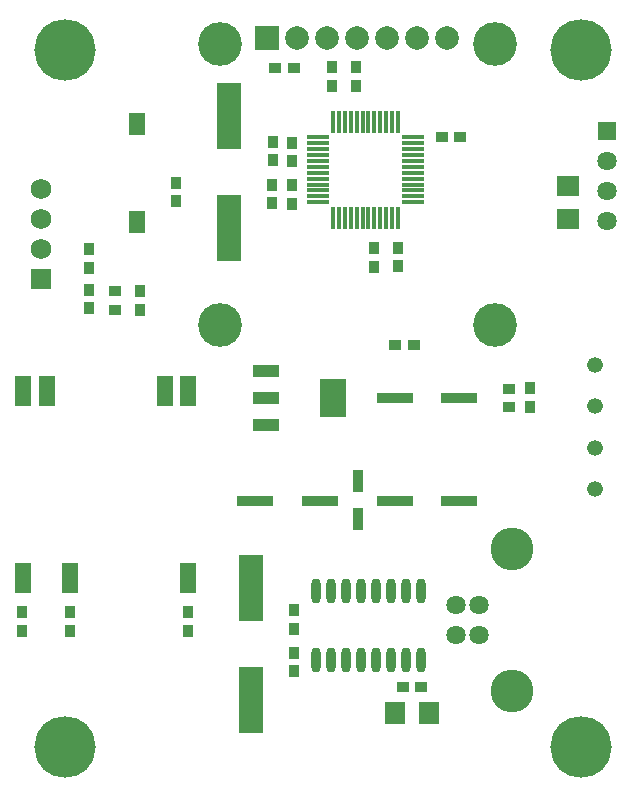
<source format=gts>
G04*
G04 #@! TF.GenerationSoftware,Altium Limited,Altium Designer,19.1.8 (144)*
G04*
G04 Layer_Color=8388736*
%FSLAX25Y25*%
%MOIN*%
G70*
G01*
G75*
%ADD36R,0.04240X0.03500*%
%ADD37R,0.07587X0.06799*%
%ADD38R,0.05224X0.09949*%
%ADD39R,0.03500X0.04437*%
%ADD40R,0.04279X0.03650*%
%ADD41R,0.03500X0.04240*%
%ADD42R,0.05618X0.07193*%
%ADD43O,0.07587X0.01600*%
%ADD44O,0.01600X0.07587*%
%ADD45R,0.12311X0.03256*%
%ADD46R,0.08768X0.04043*%
%ADD47R,0.08768X0.13098*%
%ADD48R,0.03650X0.07587*%
%ADD49R,0.06799X0.07587*%
%ADD50O,0.03059X0.08374*%
%ADD51R,0.08374X0.22154*%
%ADD52C,0.20500*%
%ADD53R,0.06406X0.06406*%
%ADD54C,0.06406*%
%ADD55C,0.14279*%
%ADD56R,0.06799X0.06799*%
%ADD57C,0.06799*%
%ADD58C,0.07887*%
%ADD59R,0.07887X0.07887*%
%ADD60C,0.14580*%
%ADD61C,0.05224*%
D36*
X927500Y408000D02*
D03*
X933602D02*
D03*
X878051Y431000D02*
D03*
X871949D02*
D03*
X912000Y338500D02*
D03*
X918102D02*
D03*
X914398Y224500D02*
D03*
X920500D02*
D03*
D37*
X969500Y391512D02*
D03*
Y380488D02*
D03*
D38*
X787795Y261067D02*
D03*
X803543D02*
D03*
X842913D02*
D03*
X787795Y323272D02*
D03*
X795669D02*
D03*
X835039D02*
D03*
X842913D02*
D03*
D39*
X826800Y350350D02*
D03*
Y356650D02*
D03*
X810000Y364201D02*
D03*
Y370500D02*
D03*
X877500Y392000D02*
D03*
Y385701D02*
D03*
X899000Y431299D02*
D03*
Y425000D02*
D03*
X905000Y364701D02*
D03*
Y371000D02*
D03*
X957000Y318000D02*
D03*
Y324299D02*
D03*
X787500Y249568D02*
D03*
Y243269D02*
D03*
X803500Y249568D02*
D03*
Y243269D02*
D03*
D40*
X818569Y356610D02*
D03*
Y350390D02*
D03*
X950000Y324000D02*
D03*
Y317779D02*
D03*
D41*
X810000Y350898D02*
D03*
Y357000D02*
D03*
X839000Y392551D02*
D03*
Y386449D02*
D03*
X871000Y385898D02*
D03*
Y392000D02*
D03*
X877500Y406000D02*
D03*
Y399898D02*
D03*
X871062Y406297D02*
D03*
Y400195D02*
D03*
X891000Y425000D02*
D03*
Y431102D02*
D03*
X913000Y371000D02*
D03*
Y364898D02*
D03*
X878002Y243996D02*
D03*
Y250098D02*
D03*
Y236047D02*
D03*
Y229945D02*
D03*
X843000Y243398D02*
D03*
Y249500D02*
D03*
D42*
X826000Y412339D02*
D03*
Y379661D02*
D03*
D43*
X886055Y407827D02*
D03*
Y405858D02*
D03*
Y403890D02*
D03*
Y401921D02*
D03*
Y399953D02*
D03*
Y397984D02*
D03*
Y396016D02*
D03*
Y394047D02*
D03*
Y392079D02*
D03*
Y390110D02*
D03*
Y388142D02*
D03*
Y386173D02*
D03*
X917945D02*
D03*
Y388142D02*
D03*
Y390110D02*
D03*
Y392079D02*
D03*
Y394047D02*
D03*
X917945Y396016D02*
D03*
Y397984D02*
D03*
Y399953D02*
D03*
X917945Y401921D02*
D03*
Y403890D02*
D03*
Y405858D02*
D03*
Y407827D02*
D03*
D44*
X891173Y381055D02*
D03*
X893142D02*
D03*
X895110D02*
D03*
X897079D02*
D03*
X899047D02*
D03*
X901016D02*
D03*
X902984D02*
D03*
X904953D02*
D03*
X906921D02*
D03*
X908890D02*
D03*
X910858D02*
D03*
X912827D02*
D03*
Y412945D02*
D03*
X910858D02*
D03*
X908890D02*
D03*
X906921D02*
D03*
X904953D02*
D03*
X902984D02*
D03*
X901016D02*
D03*
X899047D02*
D03*
X897079D02*
D03*
X895110D02*
D03*
X893142D02*
D03*
X891173D02*
D03*
D45*
X933327Y321000D02*
D03*
X911673D02*
D03*
X933327Y286500D02*
D03*
X911673D02*
D03*
X886827D02*
D03*
X865173D02*
D03*
D46*
X868779Y330055D02*
D03*
Y321000D02*
D03*
Y311945D02*
D03*
D47*
X891220Y321000D02*
D03*
D48*
X899500Y280701D02*
D03*
Y293299D02*
D03*
D49*
X911988Y216000D02*
D03*
X923012D02*
D03*
D50*
X905500Y256442D02*
D03*
X900500Y233558D02*
D03*
X900500Y256442D02*
D03*
X890500Y233558D02*
D03*
X895500D02*
D03*
X895500Y256442D02*
D03*
X890500D02*
D03*
X885500Y233558D02*
D03*
X910500Y256442D02*
D03*
X915500D02*
D03*
X905500Y233558D02*
D03*
X910500D02*
D03*
X885500Y256442D02*
D03*
X920500D02*
D03*
Y233558D02*
D03*
X915500D02*
D03*
D51*
X864000Y257701D02*
D03*
Y220299D02*
D03*
X856562Y377494D02*
D03*
Y414896D02*
D03*
D52*
X802000Y437000D02*
D03*
X974000D02*
D03*
Y204500D02*
D03*
X802000D02*
D03*
D53*
X982500Y409988D02*
D03*
D54*
Y399988D02*
D03*
Y389988D02*
D03*
Y379988D02*
D03*
X940000Y251842D02*
D03*
X932126D02*
D03*
X940000Y242000D02*
D03*
X932126D02*
D03*
D55*
X950669Y223220D02*
D03*
Y270622D02*
D03*
D56*
X794000Y360500D02*
D03*
D57*
Y370500D02*
D03*
Y380500D02*
D03*
Y390500D02*
D03*
D58*
X929300Y440950D02*
D03*
X919300D02*
D03*
X909300D02*
D03*
X879300D02*
D03*
X889300D02*
D03*
X899300D02*
D03*
D59*
X869300D02*
D03*
D60*
X945100Y345350D02*
D03*
X945200Y438950D02*
D03*
X853400D02*
D03*
Y345250D02*
D03*
D61*
X978500Y290534D02*
D03*
Y332000D02*
D03*
Y318178D02*
D03*
Y304356D02*
D03*
M02*

</source>
